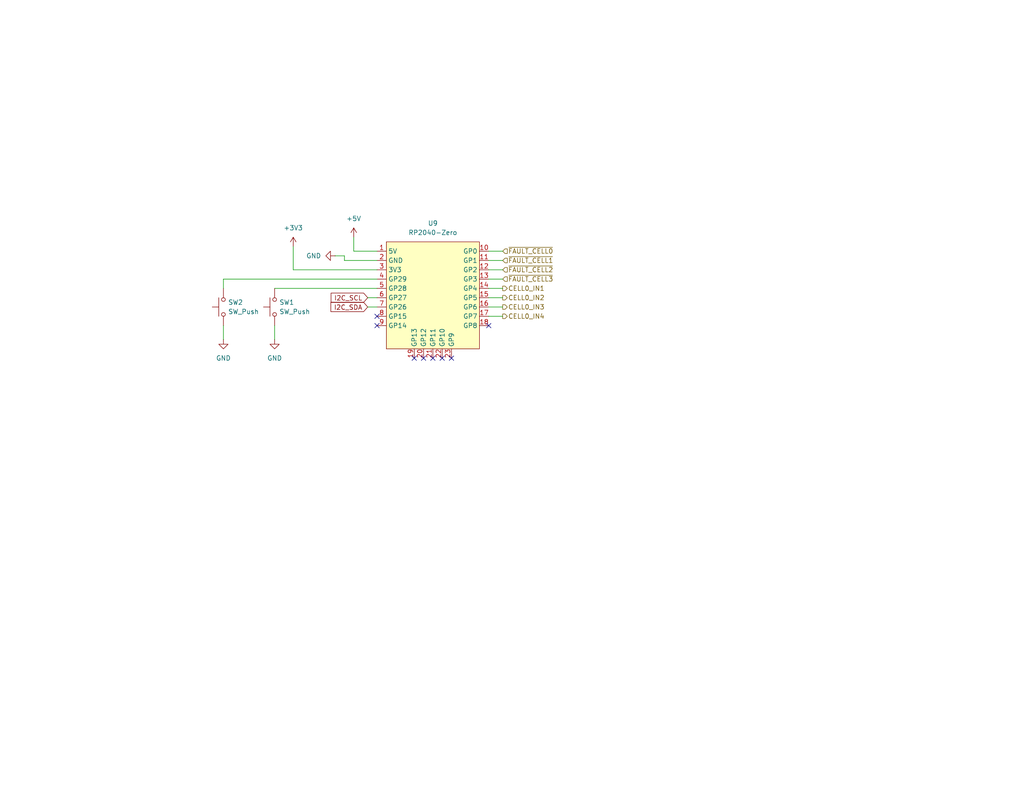
<source format=kicad_sch>
(kicad_sch (version 20231120) (generator "eeschema") (generator_version "8.0")
  (paper "USLetter")
  (lib_symbols
    (symbol "00-lib-symbols:RP2040-Zero"
      (property "Reference" "U" (at 0 0 0))
      (property "Value" "RP2040-Zero" (at 0 8.89 0))
      (symbol "RP2040-Zero_0_1"
        (rectangle (start -12.7 7.62) (end 12.7 -21.59) (fill (type background)))
      )
      (symbol "RP2040-Zero_1_1"
        (pin power_in line (at -15.24 5.08 0) (length 2.54) (name "5V") (number "1"))
        (pin bidirectional line (at 15.24 5.08 180) (length 2.54) (name "GP0") (number "10"))
        (pin bidirectional line (at 15.24 2.54 180) (length 2.54) (name "GP1") (number "11"))
        (pin bidirectional line (at 15.24 0 180) (length 2.54) (name "GP2") (number "12"))
        (pin bidirectional line (at 15.24 -2.54 180) (length 2.54) (name "GP3") (number "13"))
        (pin bidirectional line (at 15.24 -5.08 180) (length 2.54) (name "GP4") (number "14"))
        (pin bidirectional line (at 15.24 -7.62 180) (length 2.54) (name "GP5") (number "15"))
        (pin bidirectional line (at 15.24 -10.16 180) (length 2.54) (name "GP6") (number "16"))
        (pin bidirectional line (at 15.24 -12.7 180) (length 2.54) (name "GP7") (number "17"))
        (pin bidirectional line (at 15.24 -15.24 180) (length 2.54) (name "GP8") (number "18"))
        (pin bidirectional line (at -5.08 -24.13 90) (length 2.54) (name "GP13") (number "19"))
        (pin power_in line (at -15.24 2.54 0) (length 2.54) (name "GND") (number "2"))
        (pin bidirectional line (at -2.54 -24.13 90) (length 2.54) (name "GP12") (number "20"))
        (pin bidirectional line (at 0 -24.13 90) (length 2.54) (name "GP11") (number "21"))
        (pin bidirectional line (at 2.54 -24.13 90) (length 2.54) (name "GP10") (number "22"))
        (pin bidirectional line (at 5.08 -24.13 90) (length 2.54) (name "GP9") (number "23"))
        (pin power_in line (at -15.24 0 0) (length 2.54) (name "3V3") (number "3"))
        (pin bidirectional line (at -15.24 -2.54 0) (length 2.54) (name "GP29") (number "4"))
        (pin bidirectional line (at -15.24 -5.08 0) (length 2.54) (name "GP28") (number "5"))
        (pin bidirectional line (at -15.24 -7.62 0) (length 2.54) (name "GP27") (number "6"))
        (pin bidirectional line (at -15.24 -10.16 0) (length 2.54) (name "GP26") (number "7"))
        (pin bidirectional line (at -15.24 -12.7 0) (length 2.54) (name "GP15") (number "8"))
        (pin bidirectional line (at -15.24 -15.24 0) (length 2.54) (name "GP14") (number "9"))
      )
    )
    (symbol "Switch:SW_Push" (pin_numbers hide) (pin_names (offset 1.016) hide)
      (property "Reference" "SW" (at 1.27 2.54 0))
      (property "Value" "SW_Push" (at 0 -1.524 0))
      (symbol "SW_Push_0_1"
        (circle (center -2.032 0) (radius 0.508))
        (polyline (pts (xy 0 1.27) (xy 0 3.048)))
        (polyline (pts (xy 2.54 1.27) (xy -2.54 1.27)))
        (circle (center 2.032 0) (radius 0.508))
        (pin passive line (at -5.08 0 0) (length 2.54) (name "1") (number "1"))
        (pin passive line (at 5.08 0 180) (length 2.54) (name "2") (number "2"))
      )
    )
    (symbol "power:+3V3" (power) (pin_numbers hide) (pin_names (offset 0) hide)
      (property "Value" "+3V3" (at 0 3.556 0))
      (symbol "+3V3_0_1"
        (polyline (pts (xy -0.762 1.27) (xy 0 2.54)))
        (polyline (pts (xy 0 0) (xy 0 2.54)))
        (polyline (pts (xy 0 2.54) (xy 0.762 1.27)))
      )
      (symbol "+3V3_1_1"
        (pin power_in line (at 0 0 90) (length 0) (name "~") (number "1"))
      )
    )
    (symbol "power:+5V" (power) (pin_numbers hide) (pin_names (offset 0) hide)
      (property "Value" "+5V" (at 0 3.556 0))
      (symbol "+5V_0_1"
        (polyline (pts (xy -0.762 1.27) (xy 0 2.54)))
        (polyline (pts (xy 0 0) (xy 0 2.54)))
        (polyline (pts (xy 0 2.54) (xy 0.762 1.27)))
      )
      (symbol "+5V_1_1"
        (pin power_in line (at 0 0 90) (length 0) (name "~") (number "1"))
      )
    )
    (symbol "power:GND" (power) (pin_numbers hide) (pin_names (offset 0) hide)
      (property "Value" "GND" (at 0 -3.81 0))
      (symbol "GND_0_1"
        (polyline (pts (xy 0 0) (xy 0 -1.27) (xy 1.27 -1.27) (xy 0 -2.54) (xy -1.27 -1.27) (xy 0 -1.27)))
      )
      (symbol "GND_1_1"
        (pin power_in line (at 0 0 270) (length 0) (name "~") (number "1"))
      )
    )
  )
  (no_connect (at 123.19 97.79))
  (no_connect (at 118.11 97.79))
  (no_connect (at 102.87 88.9))
  (no_connect (at 115.57 97.79))
  (no_connect (at 102.87 86.36))
  (no_connect (at 113.03 97.79))
  (no_connect (at 133.35 88.9))
  (no_connect (at 120.65 97.79))
  (wire (pts (xy 60.96 76.2) (xy 60.96 78.74)))
  (wire (pts (xy 133.35 86.36) (xy 137.16 86.36)))
  (wire (pts (xy 133.35 78.74) (xy 137.16 78.74)))
  (wire (pts (xy 133.35 81.28) (xy 137.16 81.28)))
  (wire (pts (xy 96.52 64.77) (xy 96.52 68.58)))
  (wire (pts (xy 60.96 88.9) (xy 60.96 92.71)))
  (wire (pts (xy 133.35 76.2) (xy 137.16 76.2)))
  (wire (pts (xy 100.33 83.82) (xy 102.87 83.82)))
  (wire (pts (xy 102.87 73.66) (xy 80.01 73.66)))
  (wire (pts (xy 100.33 81.28) (xy 102.87 81.28)))
  (wire (pts (xy 102.87 76.2) (xy 60.96 76.2)))
  (wire (pts (xy 96.52 68.58) (xy 102.87 68.58)))
  (wire (pts (xy 133.35 73.66) (xy 137.16 73.66)))
  (wire (pts (xy 133.35 71.12) (xy 137.16 71.12)))
  (wire (pts (xy 74.93 78.74) (xy 102.87 78.74)))
  (wire (pts (xy 74.93 88.9) (xy 74.93 92.71)))
  (wire (pts (xy 102.87 71.12) (xy 93.98 71.12)))
  (wire (pts (xy 93.98 71.12) (xy 93.98 69.85)))
  (wire (pts (xy 133.35 83.82) (xy 137.16 83.82)))
  (wire (pts (xy 93.98 69.85) (xy 91.44 69.85)))
  (wire (pts (xy 80.01 73.66) (xy 80.01 67.31)))
  (wire (pts (xy 133.35 68.58) (xy 137.16 68.58)))
  (global_label "I2C_SDA" (shape input) (at 100.33 83.82 180) (property "Intersheetrefs" "${INTERSHEET_REFS}" (effects (hide yes))))
  (global_label "I2C_SCL" (shape input) (at 100.33 81.28 180) (property "Intersheetrefs" "${INTERSHEET_REFS}" (effects (hide yes))))
  (hierarchical_label "CELL0_IN1" (shape output) (at 137.16 78.74 0))
  (hierarchical_label "CELL0_IN2" (shape output) (at 137.16 81.28 0))
  (hierarchical_label "~{FAULT_CELL0}" (shape input) (at 137.16 68.58 0))
  (hierarchical_label "CELL0_IN3" (shape output) (at 137.16 83.82 0))
  (hierarchical_label "CELL0_IN4" (shape output) (at 137.16 86.36 0))
  (hierarchical_label "~{FAULT_CELL2}" (shape input) (at 137.16 73.66 0))
  (hierarchical_label "~{FAULT_CELL1}" (shape input) (at 137.16 71.12 0))
  (hierarchical_label "~{FAULT_CELL3}" (shape input) (at 137.16 76.2 0))
  (symbol (lib_id "power:GND") (at 60.96 92.71 0) (unit 1)
    (property "Reference" "#PWR076" (effects (hide yes)))
    (property "Value" "GND" (at 60.96 97.79 0))
    (property "Description" "Power symbol creates a global label with name \"GND\" , ground" (effects (hide yes)))
  )
  (symbol (lib_id "power:GND") (at 91.44 69.85 270) (unit 1)
    (property "Reference" "#PWR074" (effects (hide yes)))
    (property "Value" "GND" (at 87.63 69.8499 90) (effects (justify right)))
    (property "Description" "Power symbol creates a global label with name \"GND\" , ground" (effects (hide yes)))
  )
  (symbol (lib_id "00-lib-symbols:RP2040-Zero") (at 118.11 73.66 0) (unit 1)
    (property "Reference" "U9" (at 118.11 60.96 0))
    (property "Value" "RP2040-Zero" (at 118.11 63.5 0))
    (property "Footprint" "Braille_Display_Footprint_Lib:RP2040 Zero" (effects (hide yes)))
    (property "Source" "https://github.com/dj505/RP2040-Zero-KiCAD" (effects (hide yes)))
  )
  (symbol (lib_id "Switch:SW_Push") (at 60.96 83.82 90) (unit 1)
    (property "Reference" "SW2" (at 62.23 82.5499 90) (effects (justify right)))
    (property "Value" "SW_Push" (at 62.23 85.0899 90) (effects (justify right)))
    (property "Description" "Push button switch, generic, two pins" (effects (hide yes)))
  )
  (symbol (lib_id "power:GND") (at 74.93 92.71 0) (unit 1)
    (property "Reference" "#PWR077" (effects (hide yes)))
    (property "Value" "GND" (at 74.93 97.79 0))
    (property "Description" "Power symbol creates a global label with name \"GND\" , ground" (effects (hide yes)))
  )
  (symbol (lib_id "power:+3V3") (at 80.01 67.31 0) (unit 1)
    (property "Reference" "#PWR075" (effects (hide yes)))
    (property "Value" "+3V3" (at 80.01 62.23 0))
    (property "Description" "Power symbol creates a global label with name \"+3V3\"" (effects (hide yes)))
  )
  (symbol (lib_id "power:+5V") (at 96.52 64.77 0) (unit 1)
    (property "Reference" "#PWR073" (effects (hide yes)))
    (property "Value" "+5V" (at 96.52 59.69 0))
    (property "Description" "Power symbol creates a global label with name \"+5V\"" (effects (hide yes)))
  )
  (symbol (lib_id "Switch:SW_Push") (at 74.93 83.82 90) (unit 1)
    (property "Reference" "SW1" (at 76.2 82.5499 90) (effects (justify right)))
    (property "Value" "SW_Push" (at 76.2 85.0899 90) (effects (justify right)))
    (property "Description" "Push button switch, generic, two pins" (effects (hide yes)))
  )
)
</source>
